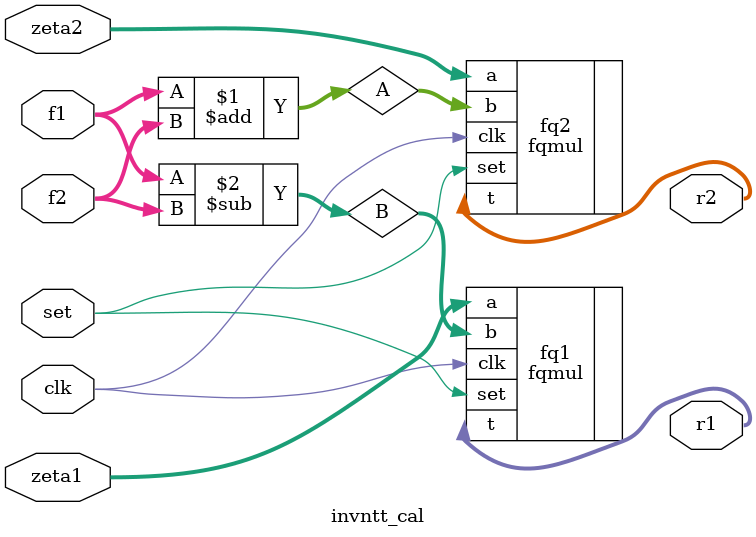
<source format=v>
module invntt_cal(
  input clk,
  input set,
  input wire signed [15:0] f1, // f[j+len]
  input wire signed [15:0] f2, // f[j]
  input wire signed [15:0] zeta1,
  input wire signed [15:0] zeta2, // = -1044 for normal, 1441 for last stage
  output wire signed [15:0] r1,
  output wire signed [15:0] r2
);

wire [15:0] A = f1 + f2;
wire [15:0] B = f1 - f2;
/*
wire [15:0] temp_r2;
barrett_reduce barr1(
  .clk(clk),
  .set(set),
  .a(A),
  .t(temp_r2) // to f2
);
*/
fqmul fq1(
  .clk(clk),
  .set(set),
  .a(zeta1),
  .b(B),
  .t(r1)
);

fqmul fq2(
  .clk(clk),
  .set(set),
  .a(zeta2),
  .b(A),
  .t(r2)
);
/*
always @(posedge clk) begin
  r2 <= temp_r2;
end
*/
endmodule 
</source>
